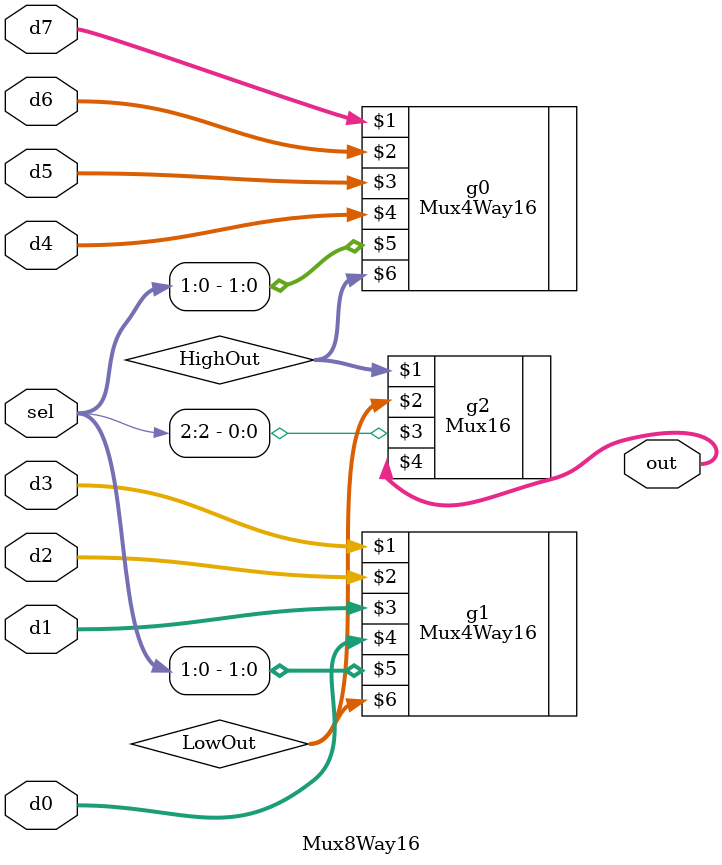
<source format=v>
`include "../01/Mux4Way16.v"

module Mux8Way16(d7,d6,d5,d4,d3,d2,d1,d0,sel,out);
    input[15:0] d7,d5,d6,d4,d3,d2,d1,d0;
    input[2:0] sel;
    output[15:0] out;
    wire[15:0] HighOut,LowOut;

    Mux4Way16 g0(d7,d6,d5,d4,sel[1:0],HighOut);
    Mux4Way16 g1(d3,d2,d1,d0,sel[1:0],LowOut);
    Mux16 g2(HighOut,LowOut,sel[2],out);
endmodule
</source>
